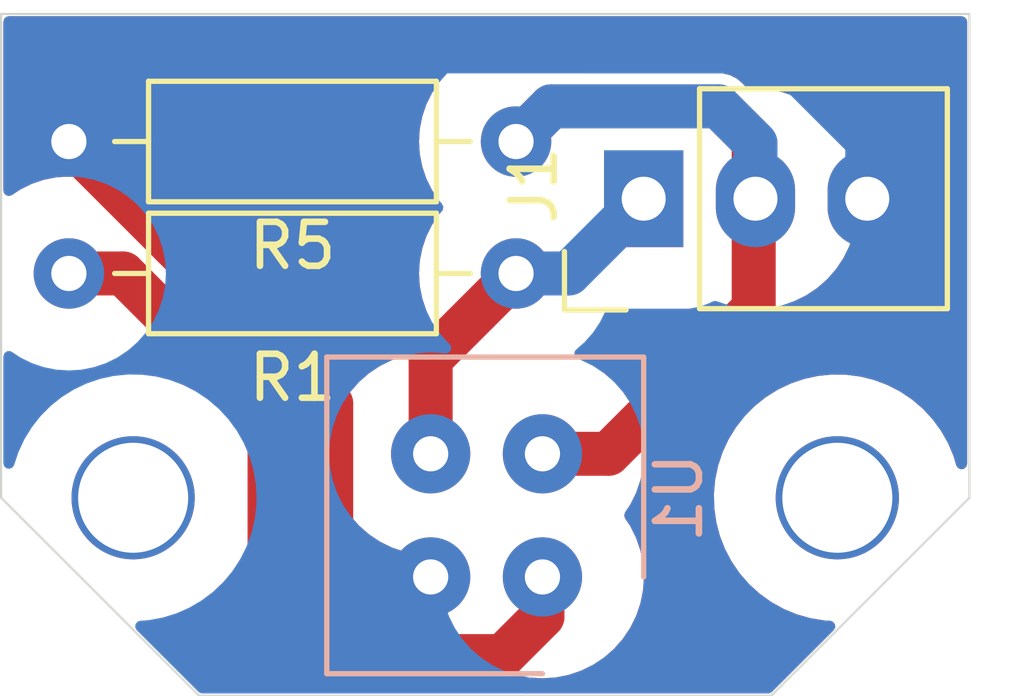
<source format=kicad_pcb>
(kicad_pcb (version 20211014) (generator pcbnew)
  (layers (0 "F.Cu" signal) (31 "B.Cu" signal) (34 "B.Paste" user) (35 "F.Paste" user) (36 "B.SilkS" user "B.Silkscreen") (37 "F.SilkS" user "F.Silkscreen") (38 "B.Mask" user) (39 "F.Mask" user) (44 "Edge.Cuts" user))
  (net 0 "")
  (net 1 "GND")
  (net 2 "/Capt")
  (net 3 "+5V")
  (net 4 "Net-(R1-Pad2)")
  (footprint "FootprintGamelGe2:Autocom3" (layer "F.Cu") (at 166.6 40.95 90)
    (fp_text reference "J1" (at 0.3 -2.5 90) (layer "F.SilkS"))
    (fp_text value "Autocom3")
    (fp_line (start -2.53 -1.8) (end -1.2 -1.8) (layer "F.SilkS") (width 0.12))
    (fp_line (start -2.5 6.9) (end 2.5 6.9) (layer "F.SilkS") (width 0.12))
    (fp_line (start -2.53 -0.4) (end -2.53 -1.73) (layer "F.SilkS") (width 0.12))
    (fp_line (start 2.5 1.27) (end 2.5 6.9) (layer "F.SilkS") (width 0.12))
    (fp_line (start -2.5 1.27) (end -2.5 6.9) (layer "F.SilkS") (width 0.12))
    (fp_line (start -2.5 1.27) (end 2.5 1.27) (layer "F.SilkS") (width 0.12))
    (pad "1" thru_hole rect locked (at 0 0 90) (size 2.2 1.8) (drill 1) (layers *.Cu *.Mask) (net 3 "+5V"))
    (pad "2" thru_hole oval locked (at 0 2.54 90) (size 2.2 1.8) (drill 1) (layers *.Cu *.Mask) (net 2 "/Capt"))
    (pad "3" thru_hole oval locked (at 0 5.08 90) (size 2.2 1.8) (drill 1) (layers *.Cu *.Mask) (net 1 "GND"))
  )
  (footprint "FootprintGamelGe2:R_Axial_DIN0207_L6.3mm_D2.5mm_P10.16mm_Horizontal" (layer "F.Cu") (at 163.7 42.65 180)
    (fp_text reference "R1" (at 5.08 -2.37) (layer "F.SilkS"))
    (fp_text value "100")
    (fp_line (start 1.04 0) (end 1.81 0) (layer "F.SilkS") (width 0.12))
    (fp_line (start 1.81 -1.37) (end 1.81 1.37) (layer "F.SilkS") (width 0.12))
    (fp_line (start 8.35 -1.37) (end 1.81 -1.37) (layer "F.SilkS") (width 0.12))
    (fp_line (start 1.81 1.37) (end 8.35 1.37) (layer "F.SilkS") (width 0.12))
    (fp_line (start 9.12 0) (end 8.35 0) (layer "F.SilkS") (width 0.12))
    (fp_line (start 8.35 1.37) (end 8.35 -1.37) (layer "F.SilkS") (width 0.12))
    (pad "1" thru_hole circle locked (at 0 0 180) (size 1.6 1.6) (drill 0.8) (layers *.Cu *.Mask) (net 3 "+5V"))
    (pad "2" thru_hole oval locked (at 10.16 0 180) (size 1.6 1.6) (drill 0.8) (layers *.Cu *.Mask) (net 4 "Net-(R1-Pad2)"))
  )
  (footprint "FootprintGamelGe2:R_Axial_DIN0207_L6.3mm_D2.5mm_P10.16mm_Horizontal" (layer "F.Cu") (at 163.7 39.65 180)
    (fp_text reference "R5" (at 5.08 -2.37) (layer "F.SilkS"))
    (fp_text value "5.6k")
    (fp_line (start 1.81 1.37) (end 8.35 1.37) (layer "F.SilkS") (width 0.12))
    (fp_line (start 1.81 -1.37) (end 1.81 1.37) (layer "F.SilkS") (width 0.12))
    (fp_line (start 8.35 -1.37) (end 1.81 -1.37) (layer "F.SilkS") (width 0.12))
    (fp_line (start 9.12 0) (end 8.35 0) (layer "F.SilkS") (width 0.12))
    (fp_line (start 1.04 0) (end 1.81 0) (layer "F.SilkS") (width 0.12))
    (fp_line (start 8.35 1.37) (end 8.35 -1.37) (layer "F.SilkS") (width 0.12))
    (pad "1" thru_hole circle locked (at 0 0 180) (size 1.6 1.6) (drill 0.8) (layers *.Cu *.Mask) (net 2 "/Capt"))
    (pad "2" thru_hole oval locked (at 10.16 0 180) (size 1.6 1.6) (drill 0.8) (layers *.Cu *.Mask) (net 1 "GND"))
  )
  (footprint "FootprintGamelGe2:Vishay_CNY70" (layer "B.Cu") (at 164.3 49.55 90)
    (fp_text reference "U1" (at 1.8 3.1 90) (layer "B.SilkS") (effects (justify mirror)))
    (fp_text value "CNY70")
    (fp_line (start -2.2 -4.9) (end 5 -4.9) (layer "B.SilkS") (width 0.12))
    (fp_line (start 5 2.3) (end 0 2.3) (layer "B.SilkS") (width 0.12))
    (fp_line (start -2.2 0) (end -2.2 -4.9) (layer "B.SilkS") (width 0.12))
    (fp_line (start 5 -4.9) (end 5 2.3) (layer "B.SilkS") (width 0.12))
    (pad "1" thru_hole circle locked (at 0 0 90) (size 1.8 1.8) (drill 0.8) (layers *.Cu *.Mask) (net 4 "Net-(R1-Pad2)"))
    (pad "2" thru_hole circle locked (at 0 -2.54 90) (size 1.8 1.8) (drill 0.8) (layers *.Cu *.Mask) (net 1 "GND"))
    (pad "3" thru_hole circle locked (at 2.8 -2.54 90) (size 1.8 1.8) (drill 0.8) (layers *.Cu *.Mask) (net 3 "+5V"))
    (pad "4" thru_hole circle locked (at 2.8 0 90) (size 1.8 1.8) (drill 0.8) (layers *.Cu *.Mask) (net 2 "/Capt"))
  )
  (gr_line (start 152 36.75) (end 174 36.75) (layer "Edge.Cuts") (width 0.05))
  (gr_line (start 152 36.75) (end 152 47.75) (layer "Edge.Cuts") (width 0.05))
  (gr_line (start 156.5 52.25) (end 169.5 52.25) (layer "Edge.Cuts") (width 0.05))
  (gr_line (start 174 36.75) (end 174 47.75) (layer "Edge.Cuts") (width 0.05))
  (gr_line (start 152 47.75) (end 156.5 52.25) (layer "Edge.Cuts") (width 0.05))
  (gr_line (start 174 47.75) (end 169.5 52.25) (layer "Edge.Cuts") (width 0.05))
  (via (at 155 47.75) (size 2.8) (drill 2.5) (layers "F.Cu" "B.Cu") (net 0))
  (via (at 171 47.75) (size 2.8) (drill 2.5) (layers "F.Cu" "B.Cu") (net 0))
  (segment (start 159.5 45.61) (end 159.5 48.482234) (width 1) (layer "F.Cu") (net 1))
  (segment (start 159.5 48.482234) (end 160.567766 49.55) (width 1) (layer "F.Cu") (net 1))
  (segment (start 160.567766 49.55) (end 161.76 49.55) (width 1) (layer "F.Cu") (net 1))
  (segment (start 153.54 39.65) (end 159.5 45.61) (width 1) (layer "F.Cu") (net 1))
  (segment (start 171.68 39.63) (end 169.65 37.6) (width 1) (layer "B.Cu") (net 1))
  (segment (start 171.68 40.95) (end 171.68 39.63) (width 1) (layer "B.Cu") (net 1))
  (segment (start 155.59 37.6) (end 153.54 39.65) (width 1) (layer "B.Cu") (net 1))
  (segment (start 169.65 37.6) (end 155.59 37.6) (width 1) (layer "B.Cu") (net 1))
  (segment (start 165.8 46.75) (end 164.3 46.75) (width 1) (layer "F.Cu") (net 2))
  (segment (start 169.1 39.65) (end 169.1 43.45) (width 1) (layer "F.Cu") (net 2))
  (segment (start 169.1 43.45) (end 165.8 46.75) (width 1) (layer "F.Cu") (net 2))
  (segment (start 168.3 38.85) (end 169.1 39.65) (width 1) (layer "F.Cu") (net 2))
  (segment (start 164.5 38.85) (end 168.3 38.85) (width 1) (layer "F.Cu") (net 2))
  (segment (start 163.7 39.65) (end 164.5 38.85) (width 1) (layer "F.Cu") (net 2))
  (segment (start 168.3 38.85) (end 169.14 39.69) (width 1) (layer "B.Cu") (net 2))
  (segment (start 169.14 39.69) (end 169.14 40.95) (width 1) (layer "B.Cu") (net 2))
  (segment (start 163.7 39.65) (end 164.5 38.85) (width 1) (layer "B.Cu") (net 2))
  (segment (start 164.5 38.85) (end 168.3 38.85) (width 1) (layer "B.Cu") (net 2))
  (segment (start 161.76 44.59) (end 163.7 42.65) (width 1) (layer "F.Cu") (net 3))
  (segment (start 161.76 46.75) (end 161.76 44.59) (width 1) (layer "F.Cu") (net 3))
  (segment (start 164.9 42.65) (end 166.6 40.95) (width 1) (layer "B.Cu") (net 3))
  (segment (start 163.7 42.65) (end 164.9 42.65) (width 1) (layer "B.Cu") (net 3))
  (segment (start 163.4 51.35) (end 164.3 50.45) (width 1) (layer "F.Cu") (net 4))
  (segment (start 154.772234 42.65) (end 158.1 45.977766) (width 1) (layer "F.Cu") (net 4))
  (segment (start 153.54 42.65) (end 154.772234 42.65) (width 1) (layer "F.Cu") (net 4))
  (segment (start 160.6 51.35) (end 163.4 51.35) (width 1) (layer "F.Cu") (net 4))
  (segment (start 158.1 48.85) (end 160.6 51.35) (width 1) (layer "F.Cu") (net 4))
  (segment (start 158.1 45.977766) (end 158.1 48.85) (width 1) (layer "F.Cu") (net 4))
  (segment (start 164.3 50.45) (end 164.3 49.55) (width 1) (layer "F.Cu") (net 4))
  (zone (net 1) (net_name "GND") (layers F&B.Cu) (connect_pads yes (clearance 0)) (min_thickness 0.254) (fill yes (thermal_gap 0.508) (thermal_bridge_width 0.508))
    (polygon (pts (xy 174 47.75) (xy 169.5 52.25) (xy 156.5 52.25) (xy 152 47.75) (xy 152 36.75) (xy 174 36.75)))
  )
)
</source>
